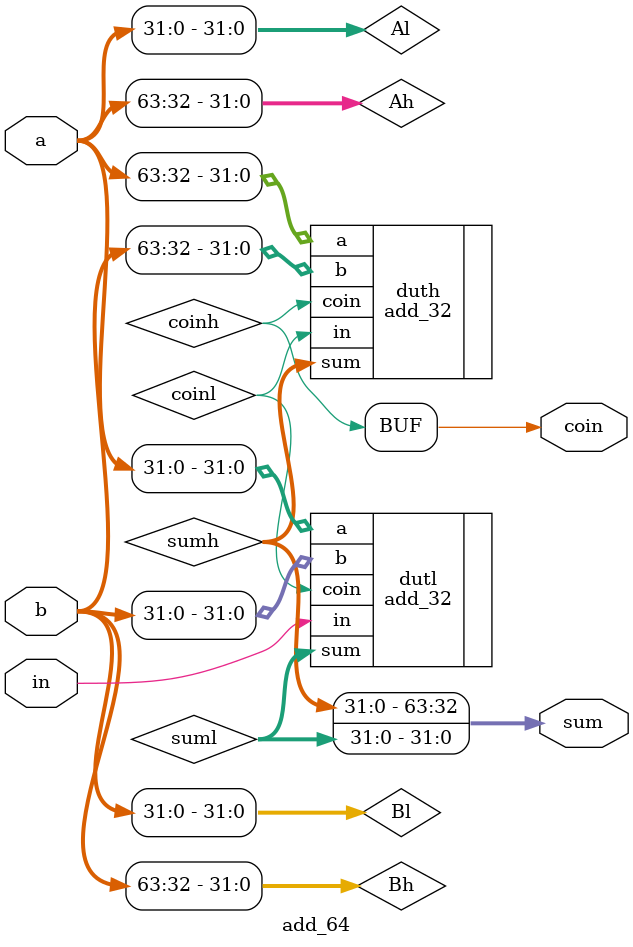
<source format=v>
module add_64(
    input [63:0] a,
    input [63:0] b,
    input		in,
	output reg 		 coin,
	output reg [63:0] sum
);

parameter m=64;

wire [m/2-1:0] Al;
wire [m-1:m/2] Ah;
wire [m/2-1:0] Bl;
wire [m-1:m/2] Bh;

assign Al=a[m/2-1:0];
assign Ah=a[m-1:m/2];
assign Bl=b[m/2-1:0];
assign Bh=b[m-1:m/2];

wire [m/2-1:0] suml;
wire [m/2-1:0] sumh;
wire 		   coinl;
wire 		   coinh;


add_32	dutl(.a(Al), .b(Bl), .sum(suml), .in(in),    .coin(coinl));
add_32	duth(.a(Ah), .b(Bh), .sum(sumh), .in(coinl),  .coin(coinh));

always @(*) begin
	sum ={sumh,suml};
	coin =coinh;
end

endmodule
</source>
